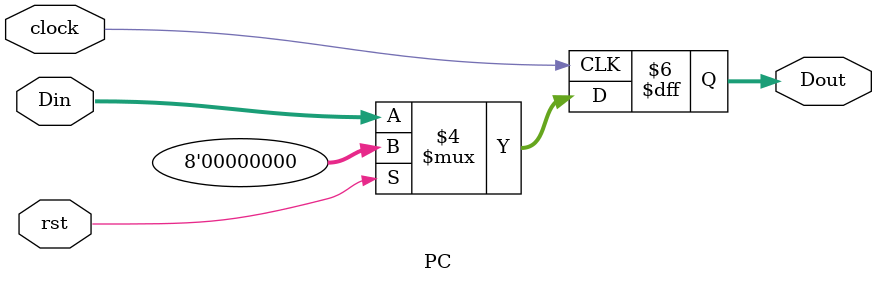
<source format=v>
module PC (clock, rst, Din, Dout);

 input  		clock, rst;
 input  		[7:0] Din;
 output reg [7:0] Dout;

 always @(posedge clock) begin
 
  if (rst == 1)
	Dout = 8'b0;
  else
	Dout = Din;
 
 end

endmodule 
</source>
